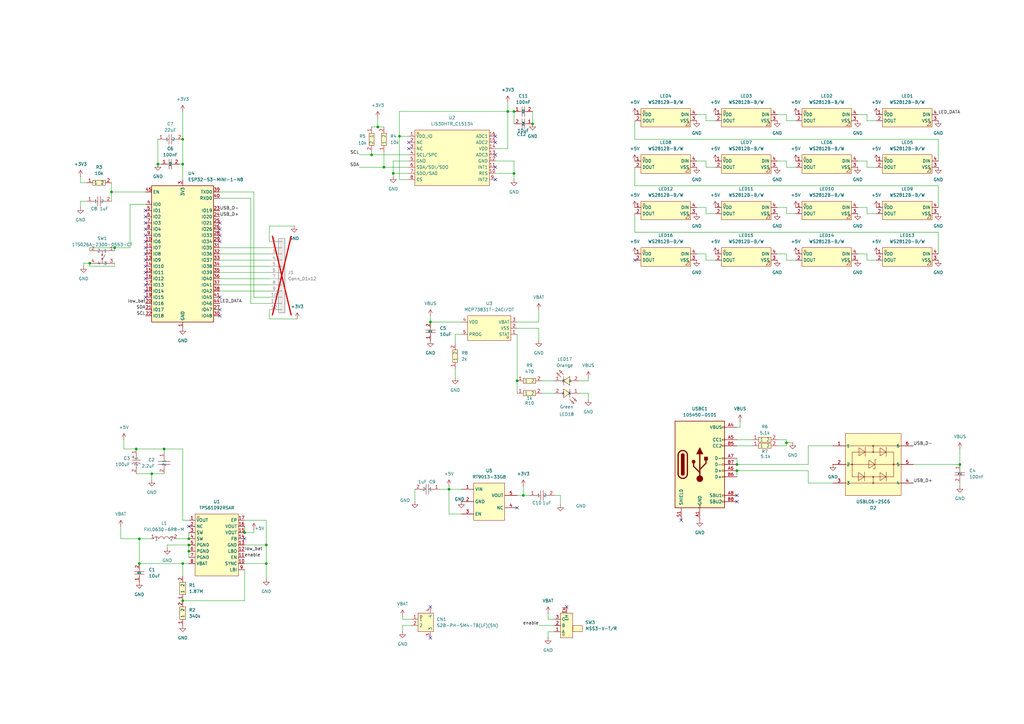
<source format=kicad_sch>
(kicad_sch (version 20231120) (generator "eeschema") (generator_version "8.0")
  (paper "A3")
  (junction (at 109.22 231.14))
  (junction (at 67.31 184.15))
  (junction (at 57.15 220.98))
  (junction (at 62.23 194.31))
  (junction (at 176.53 132.08))
  (junction (at 212.09 156.21))
  (junction (at 57.15 231.14))
  (junction (at 74.93 231.14))
  (junction (at 214.63 203.2))
  (junction (at 77.47 220.98))
  (junction (at 210.82 71.12))
  (junction (at 74.93 67.31))
  (junction (at 208.28 45.72))
  (junction (at 109.22 223.52))
  (junction (at 218.44 50.8))
  (junction (at 154.94 52.07))
  (junction (at 161.29 71.12))
  (junction (at 163.83 55.88))
  (junction (at 64.77 67.31))
  (junction (at 302.26 190.5))
  (junction (at 45.72 78.74))
  (junction (at 210.82 45.72))
  (junction (at 302.26 193.04))
  (junction (at 322.58 181.61))
  (junction (at 77.47 223.52))
  (junction (at 46.99 101.6))
  (junction (at 152.4 63.5))
  (junction (at 393.7 190.5))
  (junction (at 36.83 107.95))
  (junction (at 77.47 226.06))
  (junction (at 184.15 200.66))
  (junction (at 74.93 246.38))
  (junction (at 157.48 68.58))
  (junction (at 100.33 218.44))
  (junction (at 55.88 184.15))
  (junction (at 74.93 57.15))
  (no_connect (at 90.17 121.92))
  (no_connect (at 203.2 73.66))
  (no_connect (at 59.69 121.92))
  (no_connect (at 203.2 68.58))
  (no_connect (at 176.53 261.62))
  (no_connect (at 59.69 86.36))
  (no_connect (at 59.69 106.68))
  (no_connect (at 59.69 101.6))
  (no_connect (at 59.69 109.22))
  (no_connect (at 90.17 96.52))
  (no_connect (at 279.4 213.36))
  (no_connect (at 203.2 63.5))
  (no_connect (at 90.17 127))
  (no_connect (at 59.69 114.3))
  (no_connect (at 176.53 248.92))
  (no_connect (at 212.09 208.28))
  (no_connect (at 260.35 106.68))
  (no_connect (at 59.69 111.76))
  (no_connect (at 59.69 88.9))
  (no_connect (at 167.64 58.42))
  (no_connect (at 90.17 91.44))
  (no_connect (at 90.17 129.54))
  (no_connect (at 59.69 96.52))
  (no_connect (at 302.26 203.2))
  (no_connect (at 59.69 104.14))
  (no_connect (at 302.26 205.74))
  (no_connect (at 59.69 91.44))
  (no_connect (at 90.17 93.98))
  (no_connect (at 232.41 248.92))
  (no_connect (at 203.2 58.42))
  (no_connect (at 203.2 55.88))
  (no_connect (at 59.69 93.98))
  (no_connect (at 167.64 60.96))
  (no_connect (at 59.69 99.06))
  (no_connect (at 77.47 215.9))
  (no_connect (at 90.17 99.06))
  (no_connect (at 59.69 116.84))
  (no_connect (at 100.33 220.98))
  (no_connect (at 59.69 119.38))
  (wire (pts (xy 302.26 193.04) (xy 302.26 195.58)))
  (wire (pts (xy 285.75 66.04) (xy 289.56 66.04)))
  (wire (pts (xy 384.81 57.15) (xy 260.35 57.15)))
  (wire (pts (xy 59.69 78.74) (xy 45.72 78.74)))
  (wire (pts (xy 90.17 114.3) (xy 110.49 114.3)))
  (wire (pts (xy 210.82 71.12) (xy 210.82 73.66)))
  (wire (pts (xy 34.29 107.95) (xy 34.29 109.22)))
  (wire (pts (xy 167.64 71.12) (xy 161.29 71.12)))
  (wire (pts (xy 176.53 132.08) (xy 176.53 129.54)))
  (wire (pts (xy 322.58 180.34) (xy 322.58 181.61)))
  (wire (pts (xy 318.77 85.09) (xy 322.58 85.09)))
  (wire (pts (xy 36.83 107.95) (xy 36.83 109.22)))
  (wire (pts (xy 110.49 92.71) (xy 120.65 92.71)))
  (wire (pts (xy 241.3 156.21) (xy 241.3 154.94)))
  (wire (pts (xy 74.93 67.31) (xy 74.93 73.66)))
  (wire (pts (xy 90.17 104.14) (xy 110.49 104.14)))
  (wire (pts (xy 331.47 193.04) (xy 331.47 198.12)))
  (wire (pts (xy 341.63 182.88) (xy 331.47 182.88)))
  (wire (pts (xy 220.98 132.08) (xy 220.98 127)))
  (wire (pts (xy 90.17 109.22) (xy 110.49 109.22)))
  (wire (pts (xy 109.22 213.36) (xy 109.22 223.52)))
  (wire (pts (xy 212.09 137.16) (xy 212.09 156.21)))
  (wire (pts (xy 212.09 156.21) (xy 212.09 161.29)))
  (wire (pts (xy 77.47 218.44) (xy 77.47 220.98)))
  (wire (pts (xy 77.47 223.52) (xy 77.47 226.06)))
  (wire (pts (xy 154.94 52.07) (xy 157.48 52.07)))
  (wire (pts (xy 322.58 106.68) (xy 326.39 106.68)))
  (wire (pts (xy 90.17 111.76) (xy 110.49 111.76)))
  (wire (pts (xy 224.79 251.46) (xy 224.79 254)))
  (wire (pts (xy 62.23 194.31) (xy 55.88 194.31)))
  (wire (pts (xy 289.56 46.99) (xy 289.56 49.53)))
  (wire (pts (xy 351.79 66.04) (xy 355.6 66.04)))
  (wire (pts (xy 355.6 104.14) (xy 355.6 106.68)))
  (wire (pts (xy 104.14 218.44) (xy 100.33 218.44)))
  (wire (pts (xy 222.25 156.21) (xy 227.33 156.21)))
  (wire (pts (xy 227.33 259.08) (xy 224.79 259.08)))
  (wire (pts (xy 285.75 85.09) (xy 289.56 85.09)))
  (wire (pts (xy 64.77 67.31) (xy 64.77 68.58)))
  (wire (pts (xy 168.91 254) (xy 165.1 254)))
  (wire (pts (xy 57.15 231.14) (xy 74.93 231.14)))
  (wire (pts (xy 203.2 71.12) (xy 210.82 71.12)))
  (wire (pts (xy 224.79 254) (xy 227.33 254)))
  (wire (pts (xy 62.23 194.31) (xy 62.23 196.85)))
  (wire (pts (xy 163.83 45.72) (xy 163.83 55.88)))
  (wire (pts (xy 355.6 106.68) (xy 359.41 106.68)))
  (wire (pts (xy 351.79 85.09) (xy 355.6 85.09)))
  (wire (pts (xy 184.15 199.39) (xy 184.15 200.66)))
  (wire (pts (xy 100.33 223.52) (xy 109.22 223.52)))
  (wire (pts (xy 167.64 55.88) (xy 163.83 55.88)))
  (wire (pts (xy 289.56 66.04) (xy 289.56 68.58)))
  (wire (pts (xy 35.56 82.55) (xy 33.02 82.55)))
  (wire (pts (xy 104.14 121.92) (xy 110.49 121.92)))
  (wire (pts (xy 212.09 132.08) (xy 220.98 132.08)))
  (wire (pts (xy 208.28 45.72) (xy 208.28 60.96)))
  (wire (pts (xy 33.02 82.55) (xy 33.02 85.09)))
  (wire (pts (xy 214.63 203.2) (xy 214.63 199.39)))
  (wire (pts (xy 203.2 66.04) (xy 210.82 66.04)))
  (wire (pts (xy 109.22 223.52) (xy 109.22 231.14)))
  (wire (pts (xy 222.25 161.29) (xy 227.33 161.29)))
  (wire (pts (xy 224.79 259.08) (xy 224.79 261.62)))
  (wire (pts (xy 45.72 74.93) (xy 45.72 78.74)))
  (wire (pts (xy 102.87 81.28) (xy 102.87 124.46)))
  (wire (pts (xy 186.69 137.16) (xy 186.69 140.97)))
  (wire (pts (xy 163.83 73.66) (xy 163.83 55.88)))
  (wire (pts (xy 67.31 184.15) (xy 55.88 184.15)))
  (wire (pts (xy 384.81 104.14) (xy 384.81 95.25)))
  (wire (pts (xy 289.56 104.14) (xy 289.56 106.68)))
  (wire (pts (xy 285.75 104.14) (xy 289.56 104.14)))
  (wire (pts (xy 90.17 81.28) (xy 102.87 81.28)))
  (wire (pts (xy 53.34 101.6) (xy 46.99 101.6)))
  (wire (pts (xy 322.58 181.61) (xy 322.58 182.88)))
  (wire (pts (xy 208.28 45.72) (xy 210.82 45.72)))
  (wire (pts (xy 33.02 74.93) (xy 33.02 72.39)))
  (wire (pts (xy 50.8 180.34) (xy 50.8 184.15)))
  (wire (pts (xy 237.49 161.29) (xy 241.3 161.29)))
  (wire (pts (xy 289.56 85.09) (xy 289.56 87.63)))
  (wire (pts (xy 100.33 231.14) (xy 109.22 231.14)))
  (wire (pts (xy 322.58 46.99) (xy 322.58 49.53)))
  (wire (pts (xy 384.81 76.2) (xy 260.35 76.2)))
  (wire (pts (xy 67.31 194.31) (xy 62.23 194.31)))
  (wire (pts (xy 322.58 68.58) (xy 326.39 68.58)))
  (wire (pts (xy 212.09 134.62) (xy 220.98 134.62)))
  (wire (pts (xy 227.33 203.2) (xy 229.87 203.2)))
  (wire (pts (xy 53.34 101.6) (xy 53.34 83.82)))
  (wire (pts (xy 102.87 124.46) (xy 110.49 124.46)))
  (wire (pts (xy 318.77 180.34) (xy 322.58 180.34)))
  (wire (pts (xy 55.88 184.15) (xy 50.8 184.15)))
  (wire (pts (xy 74.93 45.72) (xy 74.93 57.15)))
  (wire (pts (xy 167.64 66.04) (xy 161.29 66.04)))
  (wire (pts (xy 45.72 78.74) (xy 45.72 82.55)))
  (wire (pts (xy 384.81 95.25) (xy 260.35 95.25)))
  (wire (pts (xy 100.33 218.44) (xy 100.33 215.9)))
  (wire (pts (xy 170.18 200.66) (xy 170.18 205.74)))
  (wire (pts (xy 289.56 106.68) (xy 293.37 106.68)))
  (wire (pts (xy 77.47 226.06) (xy 77.47 228.6)))
  (wire (pts (xy 302.26 190.5) (xy 331.47 190.5)))
  (wire (pts (xy 355.6 46.99) (xy 355.6 49.53)))
  (wire (pts (xy 77.47 213.36) (xy 74.93 213.36)))
  (wire (pts (xy 186.69 151.13) (xy 186.69 154.94)))
  (wire (pts (xy 49.53 220.98) (xy 57.15 220.98)))
  (wire (pts (xy 355.6 87.63) (xy 359.41 87.63)))
  (wire (pts (xy 46.99 107.95) (xy 46.99 109.22)))
  (wire (pts (xy 161.29 66.04) (xy 161.29 71.12)))
  (wire (pts (xy 355.6 49.53) (xy 359.41 49.53)))
  (wire (pts (xy 90.17 119.38) (xy 110.49 119.38)))
  (wire (pts (xy 104.14 217.17) (xy 104.14 218.44)))
  (wire (pts (xy 100.33 246.38) (xy 100.33 233.68)))
  (wire (pts (xy 285.75 46.99) (xy 289.56 46.99)))
  (wire (pts (xy 214.63 203.2) (xy 217.17 203.2)))
  (wire (pts (xy 167.64 73.66) (xy 163.83 73.66)))
  (wire (pts (xy 355.6 66.04) (xy 355.6 68.58)))
  (wire (pts (xy 35.56 74.93) (xy 33.02 74.93)))
  (wire (pts (xy 220.98 256.54) (xy 227.33 256.54)))
  (wire (pts (xy 237.49 156.21) (xy 241.3 156.21)))
  (wire (pts (xy 184.15 210.82) (xy 184.15 200.66)))
  (wire (pts (xy 74.93 184.15) (xy 74.93 213.36)))
  (wire (pts (xy 302.26 175.26) (xy 303.53 175.26)))
  (wire (pts (xy 36.83 107.95) (xy 34.29 107.95)))
  (wire (pts (xy 260.35 95.25) (xy 260.35 87.63)))
  (wire (pts (xy 104.14 78.74) (xy 104.14 121.92)))
  (wire (pts (xy 163.83 45.72) (xy 208.28 45.72)))
  (wire (pts (xy 260.35 76.2) (xy 260.35 68.58)))
  (wire (pts (xy 90.17 106.68) (xy 110.49 106.68)))
  (wire (pts (xy 302.26 193.04) (xy 331.47 193.04)))
  (wire (pts (xy 289.56 49.53) (xy 293.37 49.53)))
  (wire (pts (xy 74.93 246.38) (xy 100.33 246.38)))
  (wire (pts (xy 161.29 71.12) (xy 161.29 72.39)))
  (wire (pts (xy 189.23 137.16) (xy 186.69 137.16)))
  (wire (pts (xy 90.17 116.84) (xy 110.49 116.84)))
  (wire (pts (xy 165.1 256.54) (xy 165.1 259.08)))
  (wire (pts (xy 46.99 109.22) (xy 36.83 109.22)))
  (wire (pts (xy 210.82 66.04) (xy 210.82 71.12)))
  (wire (pts (xy 67.31 184.15) (xy 74.93 184.15)))
  (wire (pts (xy 322.58 182.88) (xy 318.77 182.88)))
  (wire (pts (xy 180.34 200.66) (xy 184.15 200.66)))
  (wire (pts (xy 68.58 223.52) (xy 77.47 223.52)))
  (wire (pts (xy 322.58 181.61) (xy 325.12 181.61)))
  (wire (pts (xy 331.47 198.12) (xy 341.63 198.12)))
  (wire (pts (xy 331.47 190.5) (xy 331.47 182.88)))
  (wire (pts (xy 302.26 187.96) (xy 302.26 190.5)))
  (wire (pts (xy 74.93 57.15) (xy 74.93 67.31)))
  (wire (pts (xy 189.23 132.08) (xy 176.53 132.08)))
  (wire (pts (xy 318.77 46.99) (xy 322.58 46.99)))
  (wire (pts (xy 289.56 68.58) (xy 293.37 68.58)))
  (wire (pts (xy 322.58 49.53) (xy 326.39 49.53)))
  (wire (pts (xy 74.93 231.14) (xy 74.93 236.22)))
  (wire (pts (xy 203.2 60.96) (xy 208.28 60.96)))
  (wire (pts (xy 318.77 66.04) (xy 322.58 66.04)))
  (wire (pts (xy 302.26 180.34) (xy 308.61 180.34)))
  (wire (pts (xy 152.4 62.23) (xy 152.4 63.5)))
  (wire (pts (xy 73.66 67.31) (xy 74.93 67.31)))
  (wire (pts (xy 57.15 220.98) (xy 57.15 231.14)))
  (wire (pts (xy 351.79 46.99) (xy 355.6 46.99)))
  (wire (pts (xy 36.83 101.6) (xy 46.99 101.6)))
  (wire (pts (xy 260.35 57.15) (xy 260.35 49.53)))
  (wire (pts (xy 90.17 101.6) (xy 110.49 101.6)))
  (wire (pts (xy 154.94 48.26) (xy 154.94 52.07)))
  (wire (pts (xy 165.1 254) (xy 165.1 252.73)))
  (wire (pts (xy 189.23 210.82) (xy 184.15 210.82)))
  (wire (pts (xy 322.58 104.14) (xy 322.58 106.68)))
  (wire (pts (xy 147.32 63.5) (xy 152.4 63.5)))
  (wire (pts (xy 67.31 185.42) (xy 67.31 184.15)))
  (wire (pts (xy 351.79 104.14) (xy 355.6 104.14)))
  (wire (pts (xy 355.6 85.09) (xy 355.6 87.63)))
  (wire (pts (xy 110.49 127) (xy 110.49 130.81)))
  (wire (pts (xy 208.28 45.72) (xy 208.28 41.91)))
  (wire (pts (xy 184.15 200.66) (xy 189.23 200.66)))
  (wire (pts (xy 355.6 68.58) (xy 359.41 68.58)))
  (wire (pts (xy 322.58 66.04) (xy 322.58 68.58)))
  (wire (pts (xy 393.7 184.15) (xy 393.7 190.5)))
  (wire (pts (xy 241.3 161.29) (xy 241.3 163.83)))
  (wire (pts (xy 68.58 223.52) (xy 68.58 224.79)))
  (wire (pts (xy 77.47 231.14) (xy 74.93 231.14)))
  (wire (pts (xy 152.4 63.5) (xy 167.64 63.5)))
  (wire (pts (xy 218.44 45.72) (xy 218.44 50.8)))
  (wire (pts (xy 90.17 78.74) (xy 104.14 78.74)))
  (wire (pts (xy 322.58 85.09) (xy 322.58 87.63)))
  (wire (pts (xy 384.81 66.04) (xy 384.81 57.15)))
  (wire (pts (xy 62.23 220.98) (xy 57.15 220.98)))
  (wire (pts (xy 168.91 256.54) (xy 165.1 256.54)))
  (wire (pts (xy 384.81 85.09) (xy 384.81 76.2)))
  (wire (pts (xy 303.53 175.26) (xy 303.53 172.72)))
  (wire (pts (xy 49.53 215.9) (xy 49.53 220.98)))
  (wire (pts (xy 100.33 213.36) (xy 109.22 213.36)))
  (wire (pts (xy 64.77 67.31) (xy 66.04 67.31)))
  (wire (pts (xy 110.49 99.06) (xy 110.49 92.71)))
  (wire (pts (xy 110.49 130.81) (xy 121.92 130.81)))
  (wire (pts (xy 53.34 83.82) (xy 59.69 83.82)))
  (wire (pts (xy 46.99 102.87) (xy 46.99 101.6)))
  (wire (pts (xy 393.7 199.39) (xy 393.7 198.12)))
  (wire (pts (xy 289.56 87.63) (xy 293.37 87.63)))
  (wire (pts (xy 220.98 134.62) (xy 220.98 139.7)))
  (wire (pts (xy 157.48 68.58) (xy 167.64 68.58)))
  (wire (pts (xy 393.7 191.77) (xy 393.7 190.5)))
  (wire (pts (xy 109.22 231.14) (xy 109.22 237.49)))
  (wire (pts (xy 374.65 190.5) (xy 393.7 190.5)))
  (wire (pts (xy 212.09 203.2) (xy 214.63 203.2)))
  (wire (pts (xy 64.77 57.15) (xy 64.77 67.31)))
  (wire (pts (xy 210.82 45.72) (xy 210.82 50.8)))
  (wire (pts (xy 322.58 87.63) (xy 326.39 87.63)))
  (wire (pts (xy 229.87 203.2) (xy 229.87 207.01)))
  (wire (pts (xy 152.4 52.07) (xy 154.94 52.07)))
  (wire (pts (xy 302.26 182.88) (xy 308.61 182.88)))
  (wire (pts (xy 36.83 102.87) (xy 36.83 101.6)))
  (wire (pts (xy 157.48 62.23) (xy 157.48 68.58)))
  (wire (pts (xy 318.77 104.14) (xy 322.58 104.14)))
  (wire (pts (xy 72.39 220.98) (xy 77.47 220.98)))
  (wire (pts (xy 147.32 68.58) (xy 157.48 68.58)))
  (label "USB_D-" (at 374.65 182.88 0))
  (label "SCL" (at 59.69 129.54 180))
  (label "enable" (at 100.33 228.6 0))
  (label "low_bat" (at 100.33 226.06 0))
  (label "LED_DATA" (at 384.81 46.99 0))
  (label "enable" (at 220.98 256.54 180))
  (label "SCL" (at 147.32 63.5 180))
  (label "USB_D-" (at 90.17 86.36 0))
  (label "SDA" (at 59.69 127 180))
  (label "LED_DATA" (at 90.17 124.46 0))
  (label "SDA" (at 147.32 68.58 180))
  (label "USB_D+" (at 374.65 198.12 0))
  (label "USB_D+" (at 90.17 88.9 0))
  (label "low_bat" (at 59.69 124.46 180))
  (symbol (lib_id "power:+5V") (at 104.14 217.17 0) (unit 1)
    (property "Reference" "#PWR011" (effects (hide yes)))
    (property "Value" "+5V" (at 106.426 216.662 0))
    (property "Description" "Power symbol creates a global label with name \"+5V\"" (effects (hide yes)))
  )
  (symbol (lib_id "easyeda:CL10A105KB8NNNC") (at 222.25 203.2 0) (unit 1)
    (property "Reference" "C10" (at 220.218 206.248 0))
    (property "Value" "1uF" (at 224.282 206.248 0))
    (property "Footprint" "easyeda2kicad:C0603" (effects (hide yes)))
    (property "Datasheet" "https://lcsc.com/product-detail/Multilayer-Ceramic-Capacitors-MLCC-SMD-SMT_SAMSUNG_CL10A105KB8NNNC_1uF-105-10-50V_C15849.html" (effects (hide yes)))
    (property "LCSC Part" "C15849" (effects (hide yes)))
  )
  (symbol (lib_id "power:VCC") (at 224.79 251.46 0) (unit 1)
    (property "Reference" "#PWR08" (effects (hide yes)))
    (property "Value" "VBAT" (at 224.79 246.38 0))
  )
  (symbol (lib_id "power:VBUS") (at 393.7 184.15 0) (unit 1)
    (property "Reference" "#PWR014" (effects (hide yes)))
    (property "Value" "VBUS" (at 393.7 179.07 0))
    (property "Description" "Power symbol creates a global label with name \"VBUS\"" (effects (hide yes)))
  )
  (symbol (lib_id "easyeda:WS2812B-B_W") (at 306.07 68.58 0) (unit 1)
    (property "Reference" "LED7" (at 306.07 58.42 0))
    (property "Value" "WS2812B-B/W" (at 306.07 60.96 0))
    (property "Footprint" "easyeda2kicad:LED-SMD_4P-L5.0-W5.0-TL_WS2812B-B" (effects (hide yes)))
    (property "LCSC Part" "C2761795" (effects (hide yes)))
  )
  (symbol (lib_id "easyeda:MSS3-V-T_R") (at 231.14 256.54 90) (unit 1)
    (property "Reference" "SW3" (at 240.03 255.2699 90) (effects (justify right)))
    (property "Value" "MSS3-V-T/R" (at 240.03 257.8099 90) (effects (justify right)))
    (property "Footprint" "easyeda2kicad:SW-SMD_MSS3-V-T-R" (effects (hide yes)))
    (property "Datasheet" "https://lcsc.com/product-detail/New-Arrivals_Diptronics-MSS3-V-T-R_C495932.html" (effects (hide yes)))
    (property "LCSC Part" "C495932" (effects (hide yes)))
  )
  (symbol (lib_id "power:+5V") (at 184.15 199.39 0) (unit 1)
    (property "Reference" "#PWR020" (effects (hide yes)))
    (property "Value" "+5V" (at 184.15 194.31 0))
    (property "Description" "Power symbol creates a global label with name \"+5V\"" (effects (hide yes)))
  )
  (symbol (lib_id "power:GND") (at 384.81 106.68 0) (unit 1)
    (property "Reference" "#PWR058" (effects (hide yes)))
    (property "Value" "GND" (at 384.81 111.76 0))
    (property "Description" "Power symbol creates a global label with name \"GND\" , ground" (effects (hide yes)))
  )
  (symbol (lib_id "power:+5V") (at 260.35 85.09 0) (unit 1)
    (property "Reference" "#PWR047" (effects (hide yes)))
    (property "Value" "+5V" (at 260.35 80.01 0))
    (property "Description" "Power symbol creates a global label with name \"+5V\"" (effects (hide yes)))
  )
  (symbol (lib_id "easyeda:0402WGF1002TCE") (at 157.48 57.15 90) (unit 1)
    (property "Reference" "R4" (at 160.02 55.8799 90) (effects (justify right)))
    (property "Value" "10k" (at 160.02 58.4199 90) (effects (justify right)))
    (property "Footprint" "easyeda2kicad:R0402" (effects (hide yes)))
    (property "Datasheet" "https://lcsc.com/product-detail/Chip-Resistor-Surface-Mount-UniOhm_10KR-1002-1_C25744.html" (effects (hide yes)))
    (property "LCSC Part" "C25744" (effects (hide yes)))
  )
  (symbol (lib_id "easyeda:WR04W1874FTL") (at 74.93 241.3 90) (unit 1)
    (property "Reference" "R1" (at 77.47 240.0299 90) (effects (justify right)))
    (property "Value" "1.87M" (at 77.47 242.5699 90) (effects (justify right)))
    (property "Footprint" "easyeda2kicad:R0402" (effects (hide yes)))
    (property "Datasheet" "https://lcsc.com/product-detail/Others_Walsin-Tech-Corp-WR04W1874FTL_C368349.html" (effects (hide yes)))
    (property "LCSC Part" "C368349" (effects (hide yes)))
  )
  (symbol (lib_id "power:VCC") (at 49.53 215.9 0) (unit 1)
    (property "Reference" "#PWR03" (effects (hide yes)))
    (property "Value" "VBAT" (at 49.53 210.82 0))
  )
  (symbol (lib_id "easyeda:CL05A106MQ5NUNC") (at 176.53 135.89 90) (unit 1)
    (property "Reference" "C5" (at 180.34 134.6199 90) (effects (justify right)))
    (property "Value" "10uF" (at 180.34 137.1599 90) (effects (justify right)))
    (property "Footprint" "easyeda2kicad:C0402" (effects (hide yes)))
    (property "Datasheet" "https://lcsc.com/product-detail/Multilayer-Ceramic-Capacitors-MLCC-SMD-SMT_SAMSUNG_CL05A106MQ5NUNC_10uF-106-20-6-3V_C15525.html" (effects (hide yes)))
    (property "LCSC Part" "C15525" (effects (hide yes)))
  )
  (symbol (lib_id "easyeda:S2B-PH-SM4-TB(LF)(SN)") (at 172.72 255.27 0) (unit 1)
    (property "Reference" "CN1" (at 179.07 253.9999 0) (effects (justify left)))
    (property "Value" "S2B-PH-SM4-TB(LF)(SN)" (at 179.07 256.5399 0) (effects (justify left)))
    (property "Footprint" "easyeda2kicad:CONN-SMD_P2.00_S2B-PH-SM4-TB-LF-SN" (effects (hide yes)))
    (property "Datasheet" "https://lcsc.com/product-detail/_JST-Sales-America_S2B-PH-SM4-TB-LF-SN_JST-Sales-America-S2B-PH-SM4-TB-LF-SN_C295747.html" (effects (hide yes)))
    (property "LCSC Part" "C295747" (effects (hide yes)))
  )
  (symbol (lib_id "power:GND") (at 62.23 196.85 0) (mirror y) (unit 1)
    (property "Reference" "#PWR09" (effects (hide yes)))
    (property "Value" "GND" (at 62.23 201.93 0))
    (property "Description" "Power symbol creates a global label with name \"GND\" , ground" (effects (hide yes)))
  )
  (symbol (lib_id "easyeda:0402WGF4700TCE") (at 217.17 156.21 0) (unit 1)
    (property "Reference" "R9" (at 217.17 149.86 0))
    (property "Value" "470" (at 217.17 152.4 0))
    (property "Footprint" "easyeda2kicad:R0402" (effects (hide yes)))
    (property "Datasheet" "https://lcsc.com/product-detail/Chip-Resistor-Surface-Mount-UniOhm_470R-4700-1_C25117.html" (effects (hide yes)))
    (property "LCSC Part" "C25117" (effects (hide yes)))
  )
  (symbol (lib_id "power:+3V3") (at 154.94 48.26 0) (unit 1)
    (property "Reference" "#PWR036" (effects (hide yes)))
    (property "Value" "+3V3" (at 154.94 43.18 0))
    (property "Description" "Power symbol creates a global label with name \"+3V3\"" (effects (hide yes)))
  )
  (symbol (lib_id "easyeda:WS2812B-B_W") (at 372.11 68.58 0) (unit 1)
    (property "Reference" "LED5" (at 372.11 58.42 0))
    (property "Value" "WS2812B-B/W" (at 372.11 60.96 0))
    (property "Footprint" "easyeda2kicad:LED-SMD_4P-L5.0-W5.0-TL_WS2812B-B" (effects (hide yes)))
    (property "LCSC Part" "C2761795" (effects (hide yes)))
  )
  (symbol (lib_id "easyeda:1TS026A-2300-0553-CT") (at 41.91 105.41 0) (unit 1)
    (property "Reference" "SW1" (at 41.91 97.79 0))
    (property "Value" "1TS026A-2300-0553-CT" (at 41.91 100.33 0))
    (property "Footprint" "easyeda2kicad:SW-SMD_4P-L2.6-W1.6-P0.75-LS3.0" (effects (hide yes)))
    (property "LCSC Part" "C913791" (effects (hide yes)))
  )
  (symbol (lib_id "easyeda:WS2812B-B_W") (at 273.05 68.58 0) (unit 1)
    (property "Reference" "LED8" (at 273.05 58.42 0))
    (property "Value" "WS2812B-B/W" (at 273.05 60.96 0))
    (property "Footprint" "easyeda2kicad:LED-SMD_4P-L5.0-W5.0-TL_WS2812B-B" (effects (hide yes)))
    (property "LCSC Part" "C2761795" (effects (hide yes)))
  )
  (symbol (lib_id "power:GND") (at 384.81 87.63 0) (unit 1)
    (property "Reference" "#PWR059" (effects (hide yes)))
    (property "Value" "GND" (at 384.81 92.71 0))
    (property "Description" "Power symbol creates a global label with name \"GND\" , ground" (effects (hide yes)))
  )
  (symbol (lib_id "power:GND") (at 109.22 237.49 0) (unit 1)
    (property "Reference" "#PWR06" (effects (hide yes)))
    (property "Value" "GND" (at 109.22 242.57 0))
    (property "Description" "Power symbol creates a global label with name \"GND\" , ground" (effects (hide yes)))
  )
  (symbol (lib_id "power:GND") (at 285.75 106.68 0) (unit 1)
    (property "Reference" "#PWR055" (effects (hide yes)))
    (property "Value" "GND" (at 285.75 111.76 0))
    (property "Description" "Power symbol creates a global label with name \"GND\" , ground" (effects (hide yes)))
  )
  (symbol (lib_id "power:+5V") (at 50.8 180.34 0) (mirror y) (unit 1)
    (property "Reference" "#PWR010" (effects (hide yes)))
    (property "Value" "+5V" (at 50.8 175.26 0))
    (property "Description" "Power symbol creates a global label with name \"+5V\"" (effects (hide yes)))
  )
  (symbol (lib_id "easyeda:MCP73831T-2ACI_OT") (at 200.66 134.62 180) (unit 1)
    (property "Reference" "U3" (at 200.66 124.46 0))
    (property "Value" "MCP73831T-2ACI/OT" (at 200.66 127 0))
    (property "Footprint" "easyeda2kicad:SOT-23-5_L3.0-W1.7-P0.95-LS2.8-BL" (effects (hide yes)))
    (property "Datasheet" "https://lcsc.com/product-detail/PMIC-Battery-Management_Microchip-Tech-MCP73831T-2ACI-OT_C424093.html" (effects (hide yes)))
    (property "LCSC Part" "C424093" (effects (hide yes)))
  )
  (symbol (lib_id "power:+5V") (at 260.35 46.99 0) (unit 1)
    (property "Reference" "#PWR039" (effects (hide yes)))
    (property "Value" "+5V" (at 260.35 41.91 0))
    (property "Description" "Power symbol creates a global label with name \"+5V\"" (effects (hide yes)))
  )
  (symbol (lib_id "power:GND") (at 318.77 49.53 0) (unit 1)
    (property "Reference" "#PWR068" (effects (hide yes)))
    (property "Value" "GND" (at 318.77 54.61 0))
    (property "Description" "Power symbol creates a global label with name \"GND\" , ground" (effects (hide yes)))
  )
  (symbol (lib_id "easyeda:CL05A106MQ5NUNC") (at 57.15 234.95 90) (unit 1)
    (property "Reference" "C1" (at 60.96 233.6799 90) (effects (justify right)))
    (property "Value" "10uF" (at 60.96 236.2199 90) (effects (justify right)))
    (property "Footprint" "easyeda2kicad:C0402" (effects (hide yes)))
    (property "Datasheet" "https://lcsc.com/product-detail/Multilayer-Ceramic-Capacitors-MLCC-SMD-SMT_SAMSUNG_CL05A106MQ5NUNC_10uF-106-20-6-3V_C15525.html" (effects (hide yes)))
    (property "LCSC Part" "C15525" (effects (hide yes)))
  )
  (symbol (lib_id "power:GND") (at 189.23 205.74 0) (unit 1)
    (property "Reference" "#PWR033" (effects (hide yes)))
    (property "Value" "GND" (at 188.468 204.724 0))
    (property "Description" "Power symbol creates a global label with name \"GND\" , ground" (effects (hide yes)))
  )
  (symbol (lib_id "easyeda:CL05A225MQ5NSNC") (at 67.31 190.5 90) (mirror x) (unit 1)
    (property "Reference" "C2" (at 63.5 188.5949 90) (effects (justify left)))
    (property "Value" "2.2uF" (at 63.5 191.1349 90) (effects (justify left)))
    (property "Footprint" "easyeda2kicad:C0402" (effects (hide yes)))
    (property "Datasheet" "https://lcsc.com/product-detail/Multilayer-Ceramic-Capacitors-MLCC-SMD-SMT_SAMSUNG_CL05A225MQ5NSNC_2-2uF-225-20-6-3V_C12530.html" (effects (hide yes)))
    (property "LCSC Part" "C12530" (effects (hide yes)))
  )
  (symbol (lib_id "power:GND") (at 161.29 72.39 0) (unit 1)
    (property "Reference" "#PWR024" (effects (hide yes)))
    (property "Value" "GND" (at 161.29 77.47 0))
    (property "Description" "Power symbol creates a global label with name \"GND\" , ground" (effects (hide yes)))
  )
  (symbol (lib_id "easyeda:TPS61092RSAR") (at 88.9 223.52 0) (unit 1)
    (property "Reference" "U1" (at 88.9 205.74 0))
    (property "Value" "TPS61092RSAR" (at 88.9 208.28 0))
    (property "Footprint" "easyeda2kicad:QFN-16_L4.0-W4.0-P0.65-BL-EP2.7-1" (effects (hide yes)))
    (property "LCSC Part" "C2878944" (effects (hide yes)))
  )
  (symbol (lib_id "power:VCC") (at 165.1 252.73 0) (unit 1)
    (property "Reference" "#PWR04" (effects (hide yes)))
    (property "Value" "VBAT" (at 165.1 247.65 0))
  )
  (symbol (lib_id "easyeda:WS2812B-B_W") (at 372.11 106.68 0) (unit 1)
    (property "Reference" "LED13" (at 372.11 96.52 0))
    (property "Value" "WS2812B-B/W" (at 372.11 99.06 0))
    (property "Footprint" "easyeda2kicad:LED-SMD_4P-L5.0-W5.0-TL_WS2812B-B" (effects (hide yes)))
    (property "LCSC Part" "C2761795" (effects (hide yes)))
  )
  (symbol (lib_id "power:GND") (at 318.77 87.63 0) (unit 1)
    (property "Reference" "#PWR061" (effects (hide yes)))
    (property "Value" "GND" (at 318.77 92.71 0))
    (property "Description" "Power symbol creates a global label with name \"GND\" , ground" (effects (hide yes)))
  )
  (symbol (lib_id "easyeda:T55D107M025C0060") (at 132.08 287.02 90) (mirror x) (unit 1)
    (property "Reference" "C3" (at 53.34 187.9599 90) (effects (justify left)))
    (property "Value" "100uF" (at 53.34 190.4999 90) (effects (justify left)))
    (property "Footprint" "easyeda2kicad:CAP-SMD_L7.3-W4.3-FD" (effects (hide yes)))
    (property "LCSC Part" "C215892" (effects (hide yes)))
  )
  (symbol (lib_id "easyeda:CL10A226MQ8NRNC") (at 69.85 57.15 0) (unit 1)
    (property "Reference" "C7" (at 69.85 50.8 0))
    (property "Value" "22uF" (at 69.85 53.34 0))
    (property "Footprint" "easyeda2kicad:C0603" (effects (hide yes)))
    (property "Datasheet" "https://lcsc.com/product-detail/Multilayer-Ceramic-Capacitors-MLCC-SMD-SMT_SAMSUNG_CL10A226MQ8NRNC_22uF-226-20-6-3V_C59461.html" (effects (hide yes)))
    (property "LCSC Part" "C59461" (effects (hide yes)))
  )
  (symbol (lib_id "power:+5V") (at 359.41 85.09 0) (unit 1)
    (property "Reference" "#PWR050" (effects (hide yes)))
    (property "Value" "+5V" (at 359.41 80.01 0))
    (property "Description" "Power symbol creates a global label with name \"+5V\"" (effects (hide yes)))
  )
  (symbol (lib_id "easyeda:WS2812B-B_W") (at 273.05 106.68 0) (unit 1)
    (property "Reference" "LED16" (at 273.05 96.52 0))
    (property "Value" "WS2812B-B/W" (at 273.05 99.06 0))
    (property "Footprint" "easyeda2kicad:LED-SMD_4P-L5.0-W5.0-TL_WS2812B-B" (effects (hide yes)))
    (property "LCSC Part" "C2761795" (effects (hide yes)))
  )
  (symbol (lib_id "power:GND") (at 351.79 87.63 0) (unit 1)
    (property "Reference" "#PWR060" (effects (hide yes)))
    (property "Value" "GND" (at 351.79 92.71 0))
    (property "Description" "Power symbol creates a global label with name \"GND\" , ground" (effects (hide yes)))
  )
  (symbol (lib_id "easyeda:WS2812B-B_W") (at 306.07 49.53 0) (unit 1)
    (property "Reference" "LED3" (at 306.07 39.37 0))
    (property "Value" "WS2812B-B/W" (at 306.07 41.91 0))
    (property "Footprint" "easyeda2kicad:LED-SMD_4P-L5.0-W5.0-TL_WS2812B-B" (effects (hide yes)))
    (property "LCSC Part" "C2761795" (effects (hide yes)))
  )
  (symbol (lib_id "power:GND") (at 64.77 67.31 0) (unit 1)
    (property "Reference" "#PWR030" (effects (hide yes)))
    (property "Value" "GND" (at 64.77 72.39 0))
    (property "Description" "Power symbol creates a global label with name \"GND\" , ground" (effects (hide yes)))
  )
  (symbol (lib_id "power:GND") (at 285.75 68.58 0) (unit 1)
    (property "Reference" "#PWR066" (effects (hide yes)))
    (property "Value" "GND" (at 285.75 73.66 0))
    (property "Description" "Power symbol creates a global label with name \"GND\" , ground" (effects (hide yes)))
  )
  (symbol (lib_id "power:GND") (at 165.1 259.08 0) (unit 1)
    (property "Reference" "#PWR05" (effects (hide yes)))
    (property "Value" "GND" (at 165.1 264.16 0))
    (property "Description" "Power symbol creates a global label with name \"GND\" , ground" (effects (hide yes)))
  )
  (symbol (lib_id "easyeda:WS2812B-B_W") (at 372.11 87.63 0) (unit 1)
    (property "Reference" "LED9" (at 372.11 77.47 0))
    (property "Value" "WS2812B-B/W" (at 372.11 80.01 0))
    (property "Footprint" "easyeda2kicad:LED-SMD_4P-L5.0-W5.0-TL_WS2812B-B" (effects (hide yes)))
    (property "LCSC Part" "C2761795" (effects (hide yes)))
  )
  (symbol (lib_id "power:+3V3") (at 74.93 45.72 0) (unit 1)
    (property "Reference" "#PWR018" (effects (hide yes)))
    (property "Value" "+3V3" (at 74.93 40.64 0))
    (property "Description" "Power symbol creates a global label with name \"+3V3\"" (effects (hide yes)))
  )
  (symbol (lib_id "power:+5V") (at 293.37 104.14 0) (unit 1)
    (property "Reference" "#PWR053" (effects (hide yes)))
    (property "Value" "+5V" (at 293.37 99.06 0))
    (property "Description" "Power symbol creates a global label with name \"+5V\"" (effects (hide yes)))
  )
  (symbol (lib_id "power:+5V") (at 293.37 85.09 0) (unit 1)
    (property "Reference" "#PWR048" (effects (hide yes)))
    (property "Value" "+5V" (at 293.37 80.01 0))
    (property "Description" "Power symbol creates a global label with name \"+5V\"" (effects (hide yes)))
  )
  (symbol (lib_id "power:GND") (at 210.82 73.66 0) (unit 1)
    (property "Reference" "#PWR023" (effects (hide yes)))
    (property "Value" "GND" (at 210.82 78.74 0))
    (property "Description" "Power symbol creates a global label with name \"GND\" , ground" (effects (hide yes)))
  )
  (symbol (lib_id "easyeda:WS2812B-B_W") (at 273.05 49.53 0) (unit 1)
    (property "Reference" "LED4" (at 273.05 39.37 0))
    (property "Value" "WS2812B-B/W" (at 273.05 41.91 0))
    (property "Footprint" "easyeda2kicad:LED-SMD_4P-L5.0-W5.0-TL_WS2812B-B" (effects (hide yes)))
    (property "LCSC Part" "C2761795" (effects (hide yes)))
  )
  (symbol (lib_id "power:GND") (at 170.18 205.74 0) (unit 1)
    (property "Reference" "#PWR034" (effects (hide yes)))
    (property "Value" "GND" (at 166.116 205.232 0))
    (property "Description" "Power symbol creates a global label with name \"GND\" , ground" (effects (hide yes)))
  )
  (symbol (lib_id "power:GND") (at 34.29 109.22 0) (unit 1)
    (property "Reference" "#PWR025" (effects (hide yes)))
    (property "Value" "GND" (at 34.29 114.3 0))
    (property "Description" "Power symbol creates a global label with name \"GND\" , ground" (effects (hide yes)))
  )
  (symbol (lib_id "power:GND") (at 220.98 139.7 0) (unit 1)
    (property "Reference" "#PWR026" (effects (hide yes)))
    (property "Value" "GND" (at 220.98 144.78 0))
    (property "Description" "Power symbol creates a global label with name \"GND\" , ground" (effects (hide yes)))
  )
  (symbol (lib_id "easyeda:USBLC6-2SC6") (at 358.14 190.5 0) (unit 1)
    (property "Reference" "D2" (at 358.14 208.28 0))
    (property "Value" "USBLC6-2SC6" (at 358.14 205.74 0))
    (property "Footprint" "easyeda2kicad:SOT-23-6_L2.9-W1.6-P0.95-LS2.8-BL" (effects (hide yes)))
    (property "Datasheet" "https://lcsc.com/product-detail/Diodes-ESD_STMicroelectronics_USBLC6-2SC6_USBLC6-2SC6_C7519.html" (effects (hide yes)))
    (property "LCSC Part" "C7519" (effects (hide yes)))
  )
  (symbol (lib_id "power:GND") (at 351.79 106.68 0) (unit 1)
    (property "Reference" "#PWR057" (effects (hide yes)))
    (property "Value" "GND" (at 351.79 111.76 0))
    (property "Description" "Power symbol creates a global label with name \"GND\" , ground" (effects (hide yes)))
  )
  (symbol (lib_id "easyeda:0402WGF5101TCE") (at 313.69 182.88 0) (unit 1)
    (property "Reference" "R7" (at 313.69 185.166 0))
    (property "Value" "5.1k" (at 313.944 187.198 0))
    (property "Footprint" "easyeda2kicad:R0402" (effects (hide yes)))
    (property "Datasheet" "https://lcsc.com/product-detail/Chip-Resistor-Surface-Mount-UniOhm_5-1KR-5101-1_C25905.html" (effects (hide yes)))
    (property "LCSC Part" "C25905" (effects (hide yes)))
  )
  (symbol (lib_id "power:+5V") (at 326.39 104.14 0) (unit 1)
    (property "Reference" "#PWR052" (effects (hide yes)))
    (property "Value" "+5V" (at 326.39 99.06 0))
    (property "Description" "Power symbol creates a global label with name \"+5V\"" (effects (hide yes)))
  )
  (symbol (lib_id "easyeda:WS2812B-B_W") (at 339.09 68.58 0) (unit 1)
    (property "Reference" "LED6" (at 339.09 58.42 0))
    (property "Value" "WS2812B-B/W" (at 339.09 60.96 0))
    (property "Footprint" "easyeda2kicad:LED-SMD_4P-L5.0-W5.0-TL_WS2812B-B" (effects (hide yes)))
    (property "LCSC Part" "C2761795" (effects (hide yes)))
  )
  (symbol (lib_id "easyeda:0402WGF5101TCE") (at 313.69 180.34 0) (unit 1)
    (property "Reference" "R6" (at 313.69 175.006 0))
    (property "Value" "5.1k" (at 313.69 177.546 0))
    (property "Footprint" "easyeda2kicad:R0402" (effects (hide yes)))
    (property "Datasheet" "https://lcsc.com/product-detail/Chip-Resistor-Surface-Mount-UniOhm_5-1KR-5101-1_C25905.html" (effects (hide yes)))
    (property "LCSC Part" "C25905" (effects (hide yes)))
  )
  (symbol (lib_id "easyeda:WS2812B-B_W") (at 306.07 106.68 0) (unit 1)
    (property "Reference" "LED15" (at 306.07 96.52 0))
    (property "Value" "WS2812B-B/W" (at 306.07 99.06 0))
    (property "Footprint" "easyeda2kicad:LED-SMD_4P-L5.0-W5.0-TL_WS2812B-B" (effects (hide yes)))
    (property "LCSC Part" "C2761795" (effects (hide yes)))
  )
  (symbol (lib_id "RF_Module:ESP32-S3-MINI-1") (at 74.93 104.14 0) (unit 1)
    (property "Reference" "U4" (at 77.1241 71.12 0) (effects (justify left)))
    (property "Value" "ESP32-S3-MINI-1-N8" (at 77.1241 73.66 0) (effects (justify left)))
    (property "Footprint" "RF_Module:ESP32-S2-MINI-1" (effects (hide yes)))
    (property "LCSC Part" "C2913206" (effects (hide yes)))
  )
  (symbol (lib_id "power:GND") (at 57.15 238.76 0) (unit 1)
    (property "Reference" "#PWR02" (effects (hide yes)))
    (property "Value" "GND" (at 57.15 243.84 0))
    (property "Description" "Power symbol creates a global label with name \"GND\" , ground" (effects (hide yes)))
  )
  (symbol (lib_id "power:GND") (at 224.79 261.62 0) (unit 1)
    (property "Reference" "#PWR012" (effects (hide yes)))
    (property "Value" "GND" (at 224.79 266.7 0))
    (property "Description" "Power symbol creates a global label with name \"GND\" , ground" (effects (hide yes)))
  )
  (symbol (lib_id "easyeda:RT9013-33GB") (at 200.66 205.74 0) (unit 1)
    (property "Reference" "U5" (at 200.66 193.04 0))
    (property "Value" "RT9013-33GB" (at 200.66 195.58 0))
    (property "Footprint" "easyeda2kicad:SOT-23-5_L3.0-W1.7-P0.95-LS2.8-BL" (effects (hide yes)))
    (property "Datasheet" "https://lcsc.com/product-detail/Low-Dropout-Regulators-LDO_RT9013-33GB_C47773.html" (effects (hide yes)))
    (property "LCSC Part" "C47773" (effects (hide yes)))
  )
  (symbol (lib_id "power:+3V3") (at 33.02 72.39 0) (unit 1)
    (property "Reference" "#PWR032" (effects (hide yes)))
    (property "Value" "+3V3" (at 33.02 67.31 0))
    (property "Description" "Power symbol creates a global label with name \"+3V3\"" (effects (hide yes)))
  )
  (symbol (lib_id "easyeda:WS2812B-B_W") (at 339.09 106.68 0) (unit 1)
    (property "Reference" "LED14" (at 339.09 96.52 0))
    (property "Value" "WS2812B-B/W" (at 339.09 99.06 0))
    (property "Footprint" "easyeda2kicad:LED-SMD_4P-L5.0-W5.0-TL_WS2812B-B" (effects (hide yes)))
    (property "LCSC Part" "C2761795" (effects (hide yes)))
  )
  (symbol (lib_id "power:+5V") (at 326.39 46.99 0) (unit 1)
    (property "Reference" "#PWR041" (effects (hide yes)))
    (property "Value" "+5V" (at 326.39 41.91 0))
    (property "Description" "Power symbol creates a global label with name \"+5V\"" (effects (hide yes)))
  )
  (symbol (lib_id "power:+3V3") (at 208.28 41.91 0) (unit 1)
    (property "Reference" "#PWR022" (effects (hide yes)))
    (property "Value" "+3V3" (at 208.28 36.83 0))
    (property "Description" "Power symbol creates a global label with name \"+3V3\"" (effects (hide yes)))
  )
  (symbol (lib_id "power:GND") (at 318.77 68.58 0) (unit 1)
    (property "Reference" "#PWR065" (effects (hide yes)))
    (property "Value" "GND" (at 318.77 73.66 0))
    (property "Description" "Power symbol creates a global label with name \"GND\" , ground" (effects (hide yes)))
  )
  (symbol (lib_id "power:GND") (at 186.69 154.94 0) (unit 1)
    (property "Reference" "#PWR071" (effects (hide yes)))
    (property "Value" "GND" (at 186.69 160.02 0))
    (property "Description" "Power symbol creates a global label with name \"GND\" , ground" (effects (hide yes)))
  )
  (symbol (lib_id "easyeda:CL05B104KO5NNNC") (at 393.7 194.31 270) (unit 1)
    (property "Reference" "C4" (at 397.51 193.0399 90) (effects (justify left)))
    (property "Value" "100nF" (at 397.51 195.5799 90) (effects (justify left)))
    (property "Footprint" "easyeda2kicad:C0402" (effects (hide yes)))
    (property "Datasheet" "https://lcsc.com/product-detail/Multilayer-Ceramic-Capacitors-MLCC-SMD-SMT_SAMSUNG_CL05B104KO5NNNC_100nF-104-10-16V_C1525.html" (effects (hide yes)))
    (property "LCSC Part" "C1525" (effects (hide yes)))
  )
  (symbol (lib_id "power:GND") (at 351.79 49.53 0) (unit 1)
    (property "Reference" "#PWR069" (effects (hide yes)))
    (property "Value" "GND" (at 351.79 54.61 0))
    (property "Description" "Power symbol creates a global label with name \"GND\" , ground" (effects (hide yes)))
  )
  (symbol (lib_id "power:GND") (at 74.93 134.62 0) (unit 1)
    (property "Reference" "#PWR021" (effects (hide yes)))
    (property "Value" "GND" (at 74.93 139.7 0))
    (property "Description" "Power symbol creates a global label with name \"GND\" , ground" (effects (hide yes)))
  )
  (symbol (lib_id "power:GND") (at 33.02 85.09 0) (unit 1)
    (property "Reference" "#PWR031" (effects (hide yes)))
    (property "Value" "GND" (at 33.02 90.17 0))
    (property "Description" "Power symbol creates a global label with name \"GND\" , ground" (effects (hide yes)))
  )
  (symbol (lib_id "easyeda:LIS3DHTR_C15134") (at 185.42 64.77 0) (unit 1)
    (property "Reference" "U2" (at 185.42 48.26 0))
    (property "Value" "LIS3DHTR_C15134" (at 185.42 50.8 0))
    (property "Footprint" "easyeda2kicad:LGA-16_L3.0-W3.0-P0.50-TL" (effects (hide yes)))
    (property "Datasheet" "https://lcsc.com/product-detail/Motion-Sensors-Accelerometers_STMicroelectronics_LIS3DHTR_LIS3DHTR_C15134.html" (effects (hide yes)))
    (property "LCSC Part" "C15134" (effects (hide yes)))
  )
  (symbol (lib_id "power:VBUS") (at 176.53 129.54 0) (unit 1)
    (property "Reference" "#PWR028" (effects (hide yes)))
    (property "Value" "VBUS" (at 176.53 124.46 0))
    (property "Description" "Power symbol creates a global label with name \"VBUS\"" (effects (hide yes)))
  )
  (symbol (lib_id "power:GND") (at 241.3 163.83 0) (unit 1)
    (property "Reference" "#PWR072" (effects (hide yes)))
    (property "Value" "GND" (at 241.3 168.91 0))
    (property "Description" "Power symbol creates a global label with name \"GND\" , ground" (effects (hide yes)))
  )
  (symbol (lib_id "power:+5V") (at 326.39 85.09 0) (unit 1)
    (property "Reference" "#PWR049" (effects (hide yes)))
    (property "Value" "+5V" (at 326.39 80.01 0))
    (property "Description" "Power symbol creates a global label with name \"+5V\"" (effects (hide yes)))
  )
  (symbol (lib_id "easyeda:WS2812B-B_W") (at 273.05 87.63 0) (unit 1)
    (property "Reference" "LED12" (at 273.05 77.47 0))
    (property "Value" "WS2812B-B/W" (at 273.05 80.01 0))
    (property "Footprint" "easyeda2kicad:LED-SMD_4P-L5.0-W5.0-TL_WS2812B-B" (effects (hide yes)))
    (property "LCSC Part" "C2761795" (effects (hide yes)))
  )
  (symbol (lib_id "power:GND") (at 68.58 224.79 0) (unit 1)
    (property "Reference" "#PWR07" (effects (hide yes)))
    (property "Value" "GND" (at 68.58 229.87 0))
    (property "Description" "Power symbol creates a global label with name \"GND\" , ground" (effects (hide yes)))
  )
  (symbol (lib_id "power:GND") (at 176.53 139.7 0) (unit 1)
    (property "Reference" "#PWR029" (effects (hide yes)))
    (property "Value" "GND" (at 176.53 144.78 0))
    (property "Description" "Power symbol creates a global label with name \"GND\" , ground" (effects (hide yes)))
  )
  (symbol (lib_id "power:VBUS") (at 241.3 154.94 0) (unit 1)
    (property "Reference" "#PWR073" (effects (hide yes)))
    (property "Value" "VBUS" (at 241.3 149.86 0))
    (property "Description" "Power symbol creates a global label with name \"VBUS\"" (effects (hide yes)))
  )
  (symbol (lib_id "easyeda:CL10A105KB8NNNC") (at 175.26 200.66 180) (unit 1)
    (property "Reference" "C9" (at 177.292 197.612 0))
    (property "Value" "1uF" (at 173.228 197.612 0))
    (property "Footprint" "easyeda2kicad:C0603" (effects (hide yes)))
    (property "Datasheet" "https://lcsc.com/product-detail/Multilayer-Ceramic-Capacitors-MLCC-SMD-SMT_SAMSUNG_CL10A105KB8NNNC_1uF-105-10-50V_C15849.html" (effects (hide yes)))
    (property "LCSC Part" "C15849" (effects (hide yes)))
  )
  (symbol (lib_id "power:GND") (at 229.87 207.01 0) (unit 1)
    (property "Reference" "#PWR035" (effects (hide yes)))
    (property "Value" "GND" (at 238.252 207.518 0))
    (property "Description" "Power symbol creates a global label with name \"GND\" , ground" (effects (hide yes)))
  )
  (symbol (lib_id "power:GND") (at 318.77 106.68 0) (unit 1)
    (property "Reference" "#PWR056" (effects (hide yes)))
    (property "Value" "GND" (at 318.77 111.76 0))
    (property "Description" "Power symbol creates a global label with name \"GND\" , ground" (effects (hide yes)))
  )
  (symbol (lib_id "power:+5V") (at 359.41 104.14 0) (unit 1)
    (property "Reference" "#PWR051" (effects (hide yes)))
    (property "Value" "+5V" (at 359.41 99.06 0))
    (property "Description" "Power symbol creates a global label with name \"+5V\"" (effects (hide yes)))
  )
  (symbol (lib_id "power:+5V") (at 359.41 46.99 0) (unit 1)
    (property "Reference" "#PWR042" (effects (hide yes)))
    (property "Value" "+5V" (at 359.41 41.91 0))
    (property "Description" "Power symbol creates a global label with name \"+5V\"" (effects (hide yes)))
  )
  (symbol (lib_id "power:GND") (at 384.81 68.58 0) (unit 1)
    (property "Reference" "#PWR063" (effects (hide yes)))
    (property "Value" "GND" (at 384.81 73.66 0))
    (property "Description" "Power symbol creates a global label with name \"GND\" , ground" (effects (hide yes)))
  )
  (symbol (lib_id "power:GND") (at 351.79 68.58 0) (unit 1)
    (property "Reference" "#PWR064" (effects (hide yes)))
    (property "Value" "GND" (at 351.79 73.66 0))
    (property "Description" "Power symbol creates a global label with name \"GND\" , ground" (effects (hide yes)))
  )
  (symbol (lib_id "easyeda:0402WGF1001TCE") (at 217.17 161.29 0) (unit 1)
    (property "Reference" "R10" (at 217.17 165.354 0))
    (property "Value" "1k" (at 217.17 163.322 0))
    (property "Footprint" "easyeda2kicad:R0402" (effects (hide yes)))
    (property "Datasheet" "https://lcsc.com/product-detail/Chip-Resistor-Surface-Mount-UniOhm_1KR-1001-1_C11702.html" (effects (hide yes)))
    (property "LCSC Part" "C11702" (effects (hide yes)))
  )
  (symbol (lib_id "power:GND") (at 287.02 213.36 0) (unit 1)
    (property "Reference" "#PWR017" (effects (hide yes)))
    (property "Value" "GND" (at 287.02 218.44 0))
    (property "Description" "Power symbol creates a global label with name \"GND\" , ground" (effects (hide yes)))
  )
  (symbol (lib_id "easyeda:0402WGF1002TCE") (at 40.64 74.93 0) (unit 1)
    (property "Reference" "R3" (at 40.64 68.58 0))
    (property "Value" "10k" (at 40.64 71.12 0))
    (property "Footprint" "easyeda2kicad:R0402" (effects (hide yes)))
    (property "Datasheet" "https://lcsc.com/product-detail/Chip-Resistor-Surface-Mount-UniOhm_10KR-1002-1_C25744.html" (effects (hide yes)))
    (property "LCSC Part" "C25744" (effects (hide yes)))
  )
  (symbol (lib_id "power:GND") (at 393.7 199.39 0) (unit 1)
    (property "Reference" "#PWR015" (effects (hide yes)))
    (property "Value" "GND" (at 393.7 204.47 0))
    (property "Description" "Power symbol creates a global label with name \"GND\" , ground" (effects (hide yes)))
  )
  (symbol (lib_id "power:+3V3") (at 214.63 199.39 0) (unit 1)
    (property "Reference" "#PWR019" (effects (hide yes)))
    (property "Value" "+3V3" (at 214.63 194.31 0))
    (property "Description" "Power symbol creates a global label with name \"+3V3\"" (effects (hide yes)))
  )
  (symbol (lib_id "power:+5V") (at 326.39 66.04 0) (unit 1)
    (property "Reference" "#PWR045" (effects (hide yes)))
    (property "Value" "+5V" (at 326.39 60.96 0))
    (property "Description" "Power symbol creates a global label with name \"+5V\"" (effects (hide yes)))
  )
  (symbol (lib_id "easyeda:ERJ2RKF3403X") (at 74.93 251.46 90) (unit 1)
    (property "Reference" "R2" (at 77.47 250.1899 90) (effects (justify right)))
    (property "Value" "340k" (at 77.47 252.7299 90) (effects (justify right)))
    (property "Footprint" "easyeda2kicad:R0402" (effects (hide yes)))
    (property "Datasheet" "https://lcsc.com/product-detail/Chip-Resistor-Surface-Mount_PANASONIC-ERJ2RKF3403X_C409910.html" (effects (hide yes)))
    (property "LCSC Part" "C409910" (effects (hide yes)))
  )
  (symbol (lib_id "power:VCC") (at 220.98 127 0) (unit 1)
    (property "Reference" "#PWR027" (effects (hide yes)))
    (property "Value" "VBAT" (at 220.98 121.92 0))
  )
  (symbol (lib_id "easyeda:WS2812B-B_W") (at 339.09 87.63 0) (unit 1)
    (property "Reference" "LED10" (at 339.09 77.47 0))
    (property "Value" "WS2812B-B/W" (at 339.09 80.01 0))
    (property "Footprint" "easyeda2kicad:LED-SMD_4P-L5.0-W5.0-TL_WS2812B-B" (effects (hide yes)))
    (property "LCSC Part" "C2761795" (effects (hide yes)))
  )
  (symbol (lib_id "easyeda:FXL0630-6R8-M") (at 67.31 220.98 0) (unit 1)
    (property "Reference" "L1" (at 67.31 214.63 0))
    (property "Value" "FXL0630-6R8-M" (at 67.31 217.17 0))
    (property "Footprint" "easyeda2kicad:IND-SMD_L7.0-W6.6" (effects (hide yes)))
    (property "Datasheet" "https://lcsc.com/product-detail/Power-Inductors_6-8uH-20_C167221.html" (effects (hide yes)))
    (property "LCSC Part" "C167221" (effects (hide yes)))
  )
  (symbol (lib_id "power:GND") (at 120.65 92.71 0) (unit 1)
    (property "Reference" "#PWR074" (effects (hide yes)))
    (property "Value" "GND" (at 120.65 97.79 0))
    (property "Description" "Power symbol creates a global label with name \"GND\" , ground" (effects (hide yes)))
  )
  (symbol (lib_id "power:GND") (at 285.75 87.63 0) (unit 1)
    (property "Reference" "#PWR062" (effects (hide yes)))
    (property "Value" "GND" (at 285.75 92.71 0))
    (property "Description" "Power symbol creates a global label with name \"GND\" , ground" (effects (hide yes)))
  )
  (symbol (lib_id "easyeda:0402WGF1002TCE") (at 152.4 57.15 270) (unit 1)
    (property "Reference" "R5" (at 147.32 55.88 90) (effects (justify left)))
    (property "Value" "10k" (at 146.812 58.674 90) (effects (justify left)))
    (property "Footprint" "easyeda2kicad:R0402" (effects (hide yes)))
    (property "Datasheet" "https://lcsc.com/product-detail/Chip-Resistor-Surface-Mount-UniOhm_10KR-1002-1_C25744.html" (effects (hide yes)))
    (property "LCSC Part" "C25744" (effects (hide yes)))
  )
  (symbol (lib_id "power:GND") (at 341.63 190.5 0) (unit 1)
    (property "Reference" "#PWR013" (effects (hide yes)))
    (property "Value" "GND" (at 341.63 195.58 0))
    (property "Description" "Power symbol creates a global label with name \"GND\" , ground" (effects (hide yes)))
  )
  (symbol (lib_id "Connector_Generic:Conn_01x12") (at 115.57 111.76 0) (unit 1) (in_bom no) (dnp yes)
    (property "Reference" "J1" (at 118.11 111.7599 0) (effects (justify left)))
    (property "Value" "Conn_01x12" (at 118.11 114.2999 0) (effects (justify left)))
    (property "Footprint" "Connector_PinHeader_2.54mm:PinHeader_1x12_P2.54mm_Vertical" (effects (hide yes)))
    (property "Description" "Generic connector, single row, 01x12, script generated (kicad-library-utils/schlib/autogen/connector/)" (effects (hide yes)))
  )
  (symbol (lib_id "power:+5V") (at 260.35 104.14 0) (unit 1)
    (property "Reference" "#PWR054" (effects (hide yes)))
    (property "Value" "+5V" (at 260.35 99.06 0))
    (property "Description" "Power symbol creates a global label with name \"+5V\"" (effects (hide yes)))
  )
  (symbol (lib_id "easyeda:CL05B104KO5NNNC") (at 214.63 45.72 0) (unit 1)
    (property "Reference" "C11" (at 214.63 39.37 0))
    (property "Value" "100nF" (at 214.63 41.91 0))
    (property "Footprint" "easyeda2kicad:C0402" (effects (hide yes)))
    (property "Datasheet" "https://lcsc.com/product-detail/Multilayer-Ceramic-Capacitors-MLCC-SMD-SMT_SAMSUNG_CL05B104KO5NNNC_100nF-104-10-16V_C1525.html" (effects (hide yes)))
    (property "LCSC Part" "C1525" (effects (hide yes)))
  )
  (symbol (lib_id "power:+5V") (at 293.37 66.04 0) (unit 1)
    (property "Reference" "#PWR044" (effects (hide yes)))
    (property "Value" "+5V" (at 293.37 60.96 0))
    (property "Description" "Power symbol creates a global label with name \"+5V\"" (effects (hide yes)))
  )
  (symbol (lib_id "easyeda:XL-1005UOC") (at 232.41 156.21 0) (unit 1)
    (property "Reference" "LED17" (at 231.65 147.32 0))
    (property "Value" "Orange" (at 231.65 149.86 0))
    (property "Footprint" "easyeda2kicad:LED0402-RD_ORANGE" (effects (hide yes)))
    (property "LCSC Part" "C965791" (effects (hide yes)))
  )
  (symbol (lib_id "power:+5V") (at 293.37 46.99 0) (unit 1)
    (property "Reference" "#PWR040" (effects (hide yes)))
    (property "Value" "+5V" (at 293.37 41.91 0))
    (property "Description" "Power symbol creates a global label with name \"+5V\"" (effects (hide yes)))
  )
  (symbol (lib_id "power:GND") (at 218.44 50.8 0) (unit 1)
    (property "Reference" "#PWR037" (effects (hide yes)))
    (property "Value" "GND" (at 218.44 55.88 0))
    (property "Description" "Power symbol creates a global label with name \"GND\" , ground" (effects (hide yes)))
  )
  (symbol (lib_id "power:+5V") (at 359.41 66.04 0) (unit 1)
    (property "Reference" "#PWR046" (effects (hide yes)))
    (property "Value" "+5V" (at 359.41 60.96 0))
    (property "Description" "Power symbol creates a global label with name \"+5V\"" (effects (hide yes)))
  )
  (symbol (lib_id "easyeda:CL05A106MQ5NUNC") (at 214.63 50.8 180) (unit 1)
    (property "Reference" "C12" (at 213.868 55.118 0))
    (property "Value" "10uF" (at 214.63 53.594 0))
    (property "Footprint" "easyeda2kicad:C0402" (effects (hide yes)))
    (property "Datasheet" "https://lcsc.com/product-detail/Multilayer-Ceramic-Capacitors-MLCC-SMD-SMT_SAMSUNG_CL05A106MQ5NUNC_10uF-106-20-6-3V_C15525.html" (effects (hide yes)))
    (property "LCSC Part" "C15525" (effects (hide yes)))
  )
  (symbol (lib_id "easyeda:0402WGF2001TCE") (at 186.69 146.05 90) (unit 1)
    (property "Reference" "R8" (at 189.23 144.7799 90) (effects (justify right)))
    (property "Value" "2k" (at 189.23 147.3199 90) (effects (justify right)))
    (property "Footprint" "easyeda2kicad:R0402" (effects (hide yes)))
    (property "Datasheet" "https://lcsc.com/product-detail/Chip-Resistor-Surface-Mount-UniOhm_2KR-2001-1_C4109.html" (effects (hide yes)))
    (property "LCSC Part" "C4109" (effects (hide yes)))
  )
  (symbol (lib_id "power:+3V3") (at 121.92 130.81 0) (unit 1)
    (property "Reference" "#PWR075" (effects (hide yes)))
    (property "Value" "+3V3" (at 121.92 125.73 0))
    (property "Description" "Power symbol creates a global label with name \"+3V3\"" (effects (hide yes)))
  )
  (symbol (lib_id "power:+5V") (at 260.35 66.04 0) (unit 1)
    (property "Reference" "#PWR043" (effects (hide yes)))
    (property "Value" "+5V" (at 260.35 60.96 0))
    (property "Description" "Power symbol creates a global label with name \"+5V\"" (effects (hide yes)))
  )
  (symbol (lib_id "easyeda:CL10A105KB8NNNC") (at 40.64 82.55 0) (unit 1)
    (property "Reference" "C8" (at 38.608 85.598 0))
    (property "Value" "1uF" (at 42.672 85.598 0))
    (property "Footprint" "easyeda2kicad:C0603" (effects (hide yes)))
    (property "Datasheet" "https://lcsc.com/product-detail/Multilayer-Ceramic-Capacitors-MLCC-SMD-SMT_SAMSUNG_CL10A105KB8NNNC_1uF-105-10-50V_C15849.html" (effects (hide yes)))
    (property "LCSC Part" "C15849" (effects (hide yes)))
  )
  (symbol (lib_id "easyeda:WS2812B-B_W") (at 306.07 87.63 0) (unit 1)
    (property "Reference" "LED11" (at 306.07 77.47 0))
    (property "Value" "WS2812B-B/W" (at 306.07 80.01 0))
    (property "Footprint" "easyeda2kicad:LED-SMD_4P-L5.0-W5.0-TL_WS2812B-B" (effects (hide yes)))
    (property "LCSC Part" "C2761795" (effects (hide yes)))
  )
  (symbol (lib_id "power:GND") (at 384.81 49.53 0) (unit 1)
    (property "Reference" "#PWR070" (effects (hide yes)))
    (property "Value" "GND" (at 384.81 54.61 0))
    (property "Description" "Power symbol creates a global label with name \"GND\" , ground" (effects (hide yes)))
  )
  (symbol (lib_id "power:GND") (at 325.12 181.61 0) (unit 1)
    (property "Reference" "#PWR038" (effects (hide yes)))
    (property "Value" "GND" (at 325.12 186.69 0))
    (property "Description" "Power symbol creates a global label with name \"GND\" , ground" (effects (hide yes)))
  )
  (symbol (lib_id "easyeda:WS2812B-B_W") (at 372.11 49.53 0) (unit 1)
    (property "Reference" "LED1" (at 372.11 39.37 0))
    (property "Value" "WS2812B-B/W" (at 372.11 41.91 0))
    (property "Footprint" "easyeda2kicad:LED-SMD_4P-L5.0-W5.0-TL_WS2812B-B" (effects (hide yes)))
    (property "LCSC Part" "C2761795" (effects (hide yes)))
  )
  (symbol (lib_id "easyeda:CL05B104KO5NNNC") (at 69.85 67.31 0) (unit 1)
    (property "Reference" "C6" (at 69.85 60.96 0))
    (property "Value" "100nF" (at 69.85 63.5 0))
    (property "Footprint" "easyeda2kicad:C0402" (effects (hide yes)))
    (property "Datasheet" "https://lcsc.com/product-detail/Multilayer-Ceramic-Capacitors-MLCC-SMD-SMT_SAMSUNG_CL05B104KO5NNNC_100nF-104-10-16V_C1525.html" (effects (hide yes)))
    (property "LCSC Part" "C1525" (effects (hide yes)))
  )
  (symbol (lib_id "easyeda:XL-1005BGWC") (at 232.41 158.75 180) (unit 1)
    (property "Reference" "LED18" (at 232.41 169.926 0))
    (property "Value" "Green" (at 232.41 166.878 0))
    (property "Footprint" "easyeda2kicad:LED0402-RD_BLUE" (effects (hide yes)))
    (property "LCSC Part" "C965797" (effects (hide yes)))
  )
  (symbol (lib_id "power:GND") (at 74.93 256.54 0) (unit 1)
    (property "Reference" "#PWR01" (effects (hide yes)))
    (property "Value" "GND" (at 74.93 261.62 0))
    (property "Description" "Power symbol creates a global label with name \"GND\" , ground" (effects (hide yes)))
  )
  (symbol (lib_id "Connector:USB_C_Receptacle_USB2.0_16P") (at 287.02 190.5 0) (unit 1)
    (property "Reference" "USBC1" (at 287.02 167.64 0))
    (property "Value" "105450-0101" (at 287.02 170.18 0))
    (property "Footprint" "Connector_USB:USB_C_Receptacle_HCTL_HC-TYPE-C-16P-01A" (effects (hide yes)))
    (property "Datasheet" "https://www.usb.org/sites/default/files/documents/usb_type-c.zip" (effects (hide yes)))
    (property "Description" "USB 2.0-only 16P Type-C Receptacle connector" (effects (hide yes)))
    (property "LCSC Part" "C2894897" (effects (hide yes)))
  )
  (symbol (lib_id "power:GND") (at 285.75 49.53 0) (unit 1)
    (property "Reference" "#PWR067" (effects (hide yes)))
    (property "Value" "GND" (at 285.75 54.61 0))
    (property "Description" "Power symbol creates a global label with name \"GND\" , ground" (effects (hide yes)))
  )
  (symbol (lib_id "easyeda:WS2812B-B_W") (at 339.09 49.53 0) (unit 1)
    (property "Reference" "LED2" (at 339.09 39.37 0))
    (property "Value" "WS2812B-B/W" (at 339.09 41.91 0))
    (property "Footprint" "easyeda2kicad:LED-SMD_4P-L5.0-W5.0-TL_WS2812B-B" (effects (hide yes)))
    (property "LCSC Part" "C2761795" (effects (hide yes)))
  )
  (symbol (lib_id "power:VBUS") (at 303.53 172.72 0) (unit 1)
    (property "Reference" "#PWR016" (effects (hide yes)))
    (property "Value" "VBUS" (at 303.53 167.64 0))
    (property "Description" "Power symbol creates a global label with name \"VBUS\"" (effects (hide yes)))
  )
)
</source>
